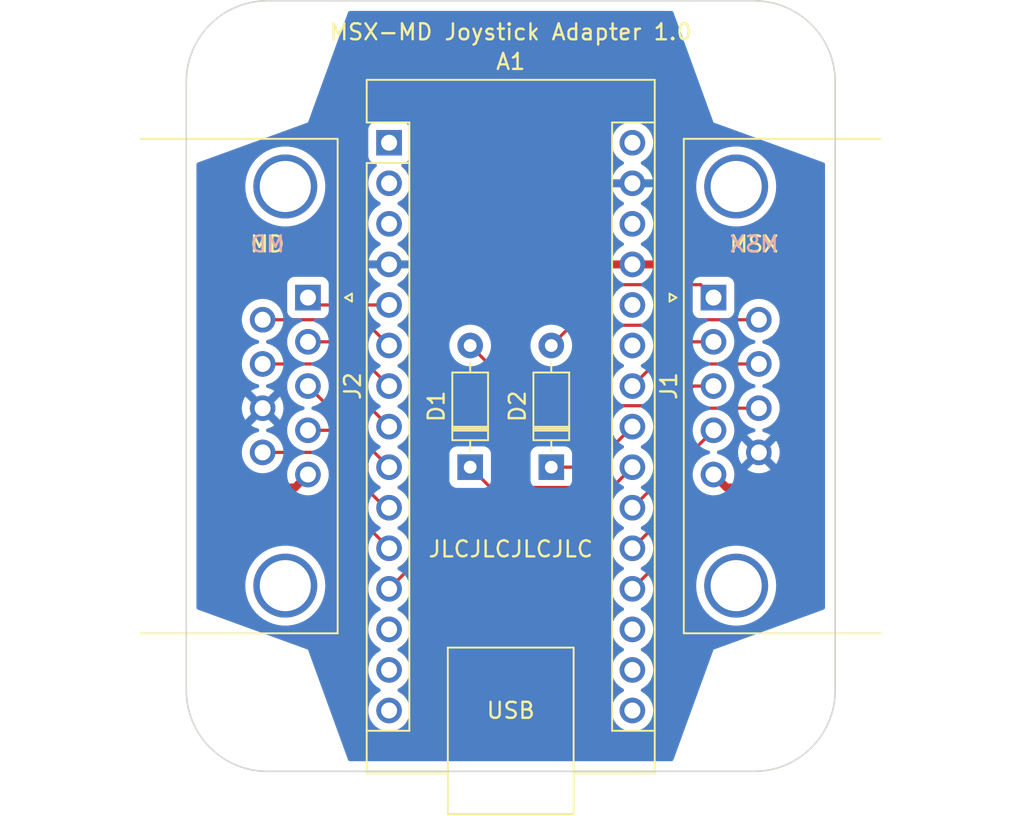
<source format=kicad_pcb>
(kicad_pcb (version 20221018) (generator pcbnew)
  (layers (0 "F.Cu" signal) (31 "B.Cu" signal) (34 "B.Paste" user) (35 "F.Paste" user) (36 "B.SilkS" user "B.Silkscreen") (37 "F.SilkS" user "F.Silkscreen") (38 "B.Mask" user) (39 "F.Mask" user) (44 "Edge.Cuts" user))
  (net 0 "")
  (net 4 "GND")
  (net 5 "Net-(A1-D2)")
  (net 6 "Net-(A1-D3)")
  (net 7 "Net-(A1-D4)")
  (net 8 "Net-(A1-D5)")
  (net 9 "Net-(A1-D6)")
  (net 10 "Net-(A1-D7)")
  (net 11 "Net-(A1-D8)")
  (net 12 "Net-(A1-D9)")
  (net 19 "Net-(A1-A0)")
  (net 20 "Net-(A1-A1)")
  (net 21 "Net-(A1-A2)")
  (net 22 "Net-(A1-A3)")
  (net 23 "Net-(A1-A4)")
  (net 24 "Net-(A1-A5)")
  (net 27 "+5V")
  (net 30 "Net-(D1-A)")
  (net 31 "Net-(D2-A)")
  (footprint "Connector_Dsub:DSUB-9_Male_Horizontal_P2.77x2.84mm_EdgePinOffset7.70mm_Housed_MountingHolesOffset9.12mm" (layer "F.Cu") (at 114.3 70.66 -90)
    (fp_text reference "J2" (at 5.54 -2.8 90) (layer "F.SilkS"))
    (fp_text value "DE9_Plug_MountingHoles")
    (fp_line (start -9.945 -1.86) (end 21.025 -1.86) (stroke (width 0.12)) (layer "F.SilkS"))
    (fp_line (start -9.945 10.48) (end -9.945 -1.86) (stroke (width 0.12)) (layer "F.SilkS"))
    (fp_line (start -0.25 -2.754338) (end 0.25 -2.754338) (stroke (width 0.12)) (layer "F.SilkS"))
    (fp_line (start 0 -2.321325) (end -0.25 -2.754338) (stroke (width 0.12)) (layer "F.SilkS"))
    (fp_line (start 0.25 -2.754338) (end 0 -2.321325) (stroke (width 0.12)) (layer "F.SilkS"))
    (fp_line (start 21.025 -1.86) (end 21.025 10.48) (stroke (width 0.12)) (layer "F.SilkS"))
    (pad "0" thru_hole circle (at -6.96 1.42 270) (size 4 4) (drill 3.2) (layers "*.Cu" "*.Mask"))
    (pad "0" thru_hole circle (at 18.04 1.42 270) (size 4 4) (drill 3.2) (layers "*.Cu" "*.Mask"))
    (pad "1" thru_hole rect (at 0 0 270) (size 1.6 1.6) (drill 1) (layers "*.Cu" "*.Mask") (net 5 "Net-(A1-D2)"))
    (pad "2" thru_hole circle (at 2.77 0 270) (size 1.6 1.6) (drill 1) (layers "*.Cu" "*.Mask") (net 7 "Net-(A1-D4)"))
    (pad "3" thru_hole circle (at 5.54 0 270) (size 1.6 1.6) (drill 1) (layers "*.Cu" "*.Mask") (net 9 "Net-(A1-D6)"))
    (pad "4" thru_hole circle (at 8.31 0 270) (size 1.6 1.6) (drill 1) (layers "*.Cu" "*.Mask") (net 10 "Net-(A1-D7)"))
    (pad "5" thru_hole circle (at 11.08 0 270) (size 1.6 1.6) (drill 1) (layers "*.Cu" "*.Mask") (net 27 "+5V"))
    (pad "6" thru_hole circle (at 1.385 2.84 270) (size 1.6 1.6) (drill 1) (layers "*.Cu" "*.Mask") (net 6 "Net-(A1-D3)"))
    (pad "7" thru_hole circle (at 4.155 2.84 270) (size 1.6 1.6) (drill 1) (layers "*.Cu" "*.Mask") (net 8 "Net-(A1-D5)"))
    (pad "8" thru_hole circle (at 6.925 2.84 270) (size 1.6 1.6) (drill 1) (layers "*.Cu" "*.Mask") (net 4 "GND"))
    (pad "9" thru_hole circle (at 9.695 2.84 270) (size 1.6 1.6) (drill 1) (layers "*.Cu" "*.Mask") (net 11 "Net-(A1-D8)"))
  )
  (footprint "MountingHole:MountingHole_3.2mm_M3" (layer "F.Cu") (at 143.51 55.88)
    (fp_text reference "H2" hide)
    (fp_text value "MountingHole")
    (pad "" np_thru_hole circle (at 0 0) (size 3.2 3.2) (drill 3.2) (layers "*.Cu" "*.Mask"))
  )
  (footprint "Module:Arduino_Nano" (layer "F.Cu") (at 119.38 60.96)
    (fp_text reference "A1" (at 7.62 -5.08) (layer "F.SilkS"))
    (fp_text value "Arduino_Nano_v3.x")
    (fp_text user "USB" (at 7.62 35.56 unlocked) (layer "F.SilkS"))
    (fp_line (start -1.4 -3.94) (end -1.4 -1.27) (stroke (width 0.12)) (layer "F.SilkS"))
    (fp_line (start -1.4 1.27) (end -1.4 39.5) (stroke (width 0.12)) (layer "F.SilkS"))
    (fp_line (start -1.4 39.5) (end 3.68 39.5) (stroke (width 0.12)) (layer "F.SilkS"))
    (fp_line (start 1.27 -1.27) (end -1.4 -1.27) (stroke (width 0.12)) (layer "F.SilkS"))
    (fp_line (start 1.27 1.27) (end -1.4 1.27) (stroke (width 0.12)) (layer "F.SilkS"))
    (fp_line (start 1.27 1.27) (end 1.27 -1.27) (stroke (width 0.12)) (layer "F.SilkS"))
    (fp_line (start 1.27 1.27) (end 1.27 36.83) (stroke (width 0.12)) (layer "F.SilkS"))
    (fp_line (start 1.27 36.83) (end -1.4 36.83) (stroke (width 0.12)) (layer "F.SilkS"))
    (fp_line (start 3.68 31.62) (end 11.56 31.62) (stroke (width 0.12)) (layer "F.SilkS"))
    (fp_line (start 3.68 42.04) (end 3.68 31.62) (stroke (width 0.12)) (layer "F.SilkS"))
    (fp_line (start 11.56 31.62) (end 11.56 42.04) (stroke (width 0.12)) (layer "F.SilkS"))
    (fp_line (start 11.56 42.04) (end 3.68 42.04) (stroke (width 0.12)) (layer "F.SilkS"))
    (fp_line (start 13.97 -1.27) (end 13.97 36.83) (stroke (width 0.12)) (layer "F.SilkS"))
    (fp_line (start 13.97 -1.27) (end 16.64 -1.27) (stroke (width 0.12)) (layer "F.SilkS"))
    (fp_line (start 13.97 36.83) (end 16.64 36.83) (stroke (width 0.12)) (layer "F.SilkS"))
    (fp_line (start 16.64 -3.94) (end -1.4 -3.94) (stroke (width 0.12)) (layer "F.SilkS"))
    (fp_line (start 16.64 39.5) (end 11.56 39.5) (stroke (width 0.12)) (layer "F.SilkS"))
    (fp_line (start 16.64 39.5) (end 16.64 -3.94) (stroke (width 0.12)) (layer "F.SilkS"))
    (pad "1" thru_hole rect (at 0 0) (size 1.6 1.6) (drill 1) (layers "*.Cu" "*.Mask"))
    (pad "2" thru_hole oval (at 0 2.54) (size 1.6 1.6) (drill 1) (layers "*.Cu" "*.Mask"))
    (pad "3" thru_hole oval (at 0 5.08) (size 1.6 1.6) (drill 1) (layers "*.Cu" "*.Mask"))
    (pad "4" thru_hole oval (at 0 7.62) (size 1.6 1.6) (drill 1) (layers "*.Cu" "*.Mask") (net 4 "GND"))
    (pad "5" thru_hole oval (at 0 10.16) (size 1.6 1.6) (drill 1) (layers "*.Cu" "*.Mask") (net 5 "Net-(A1-D2)"))
    (pad "6" thru_hole oval (at 0 12.7) (size 1.6 1.6) (drill 1) (layers "*.Cu" "*.Mask") (net 6 "Net-(A1-D3)"))
    (pad "7" thru_hole oval (at 0 15.24) (size 1.6 1.6) (drill 1) (layers "*.Cu" "*.Mask") (net 7 "Net-(A1-D4)"))
    (pad "8" thru_hole oval (at 0 17.78) (size 1.6 1.6) (drill 1) (layers "*.Cu" "*.Mask") (net 8 "Net-(A1-D5)"))
    (pad "9" thru_hole oval (at 0 20.32) (size 1.6 1.6) (drill 1) (layers "*.Cu" "*.Mask") (net 9 "Net-(A1-D6)"))
    (pad "10" thru_hole oval (at 0 22.86) (size 1.6 1.6) (drill 1) (layers "*.Cu" "*.Mask") (net 10 "Net-(A1-D7)"))
    (pad "11" thru_hole oval (at 0 25.4) (size 1.6 1.6) (drill 1) (layers "*.Cu" "*.Mask") (net 11 "Net-(A1-D8)"))
    (pad "12" thru_hole oval (at 0 27.94) (size 1.6 1.6) (drill 1) (layers "*.Cu" "*.Mask") (net 12 "Net-(A1-D9)"))
    (pad "13" thru_hole oval (at 0 30.48) (size 1.6 1.6) (drill 1) (layers "*.Cu" "*.Mask"))
    (pad "14" thru_hole oval (at 0 33.02) (size 1.6 1.6) (drill 1) (layers "*.Cu" "*.Mask"))
    (pad "15" thru_hole oval (at 0 35.56) (size 1.6 1.6) (drill 1) (layers "*.Cu" "*.Mask"))
    (pad "16" thru_hole oval (at 15.24 35.56) (size 1.6 1.6) (drill 1) (layers "*.Cu" "*.Mask"))
    (pad "17" thru_hole oval (at 15.24 33.02) (size 1.6 1.6) (drill 1) (layers "*.Cu" "*.Mask"))
    (pad "18" thru_hole oval (at 15.24 30.48) (size 1.6 1.6) (drill 1) (layers "*.Cu" "*.Mask"))
    (pad "19" thru_hole oval (at 15.24 27.94) (size 1.6 1.6) (drill 1) (layers "*.Cu" "*.Mask") (net 19 "Net-(A1-A0)"))
    (pad "20" thru_hole oval (at 15.24 25.4) (size 1.6 1.6) (drill 1) (layers "*.Cu" "*.Mask") (net 20 "Net-(A1-A1)"))
    (pad "21" thru_hole oval (at 15.24 22.86) (size 1.6 1.6) (drill 1) (layers "*.Cu" "*.Mask") (net 21 "Net-(A1-A2)"))
    (pad "22" thru_hole oval (at 15.24 20.32) (size 1.6 1.6) (drill 1) (layers "*.Cu" "*.Mask") (net 22 "Net-(A1-A3)"))
    (pad "23" thru_hole oval (at 15.24 17.78) (size 1.6 1.6) (drill 1) (layers "*.Cu" "*.Mask") (net 23 "Net-(A1-A4)"))
    (pad "24" thru_hole oval (at 15.24 15.24) (size 1.6 1.6) (drill 1) (layers "*.Cu" "*.Mask") (net 24 "Net-(A1-A5)"))
    (pad "25" thru_hole oval (at 15.24 12.7) (size 1.6 1.6) (drill 1) (layers "*.Cu" "*.Mask"))
    (pad "26" thru_hole oval (at 15.24 10.16) (size 1.6 1.6) (drill 1) (layers "*.Cu" "*.Mask"))
    (pad "27" thru_hole oval (at 15.24 7.62) (size 1.6 1.6) (drill 1) (layers "*.Cu" "*.Mask") (net 27 "+5V"))
    (pad "28" thru_hole oval (at 15.24 5.08) (size 1.6 1.6) (drill 1) (layers "*.Cu" "*.Mask"))
    (pad "29" thru_hole oval (at 15.24 2.54) (size 1.6 1.6) (drill 1) (layers "*.Cu" "*.Mask") (net 4 "GND"))
    (pad "30" thru_hole oval (at 15.24 0) (size 1.6 1.6) (drill 1) (layers "*.Cu" "*.Mask"))
  )
  (footprint "Diode_THT:D_DO-35_SOD27_P7.62mm_Horizontal" (layer "F.Cu") (at 124.46 81.28 90)
    (fp_text reference "D1" (at 3.81 -2.12 90) (layer "F.SilkS"))
    (fp_text value "BAT85")
    (fp_line (start 1.04 0) (end 1.69 0) (stroke (width 0.12)) (layer "F.SilkS"))
    (fp_line (start 1.69 -1.12) (end 1.69 1.12) (stroke (width 0.12)) (layer "F.SilkS"))
    (fp_line (start 1.69 1.12) (end 5.93 1.12) (stroke (width 0.12)) (layer "F.SilkS"))
    (fp_line (start 2.29 -1.12) (end 2.29 1.12) (stroke (width 0.12)) (layer "F.SilkS"))
    (fp_line (start 2.41 -1.12) (end 2.41 1.12) (stroke (width 0.12)) (layer "F.SilkS"))
    (fp_line (start 2.53 -1.12) (end 2.53 1.12) (stroke (width 0.12)) (layer "F.SilkS"))
    (fp_line (start 5.93 -1.12) (end 1.69 -1.12) (stroke (width 0.12)) (layer "F.SilkS"))
    (fp_line (start 5.93 1.12) (end 5.93 -1.12) (stroke (width 0.12)) (layer "F.SilkS"))
    (fp_line (start 6.58 0) (end 5.93 0) (stroke (width 0.12)) (layer "F.SilkS"))
    (pad "1" thru_hole rect (at 0 0 90) (size 1.6 1.6) (drill 0.8) (layers "*.Cu" "*.Mask") (net 22 "Net-(A1-A3)"))
    (pad "2" thru_hole oval (at 7.62 0 90) (size 1.6 1.6) (drill 0.8) (layers "*.Cu" "*.Mask") (net 30 "Net-(D1-A)"))
  )
  (footprint "MountingHole:MountingHole_3.2mm_M3" (layer "F.Cu") (at 143.51 96.52)
    (fp_text reference "H4" hide)
    (fp_text value "MountingHole")
    (pad "" np_thru_hole circle (at 0 0) (size 3.2 3.2) (drill 3.2) (layers "*.Cu" "*.Mask"))
  )
  (footprint "Connector_Dsub:DSUB-9_Female_Horizontal_P2.77x2.84mm_EdgePinOffset7.70mm_Housed_MountingHolesOffset9.12mm" (layer "F.Cu") (at 139.7 70.66 90)
    (fp_text reference "J1" (at -5.54 -2.8 90) (layer "F.SilkS"))
    (fp_text value "DE9_Receptacle_MountingHoles")
    (fp_line (start -21.025 -1.86) (end 9.945 -1.86) (stroke (width 0.12)) (layer "F.SilkS"))
    (fp_line (start -21.025 10.48) (end -21.025 -1.86) (stroke (width 0.12)) (layer "F.SilkS"))
    (fp_line (start -0.25 -2.754338) (end 0.25 -2.754338) (stroke (width 0.12)) (layer "F.SilkS"))
    (fp_line (start 0 -2.321325) (end -0.25 -2.754338) (stroke (width 0.12)) (layer "F.SilkS"))
    (fp_line (start 0.25 -2.754338) (end 0 -2.321325) (stroke (width 0.12)) (layer "F.SilkS"))
    (fp_line (start 9.945 -1.86) (end 9.945 10.48) (stroke (width 0.12)) (layer "F.SilkS"))
    (pad "0" thru_hole circle (at -18.04 1.42 90) (size 4 4) (drill 3.2) (layers "*.Cu" "*.Mask"))
    (pad "0" thru_hole circle (at 6.96 1.42 90) (size 4 4) (drill 3.2) (layers "*.Cu" "*.Mask"))
    (pad "1" thru_hole rect (at 0 0 90) (size 1.6 1.6) (drill 1) (layers "*.Cu" "*.Mask") (net 12 "Net-(A1-D9)"))
    (pad "2" thru_hole circle (at -2.77 0 90) (size 1.6 1.6) (drill 1) (layers "*.Cu" "*.Mask") (net 24 "Net-(A1-A5)"))
    (pad "3" thru_hole circle (at -5.54 0 90) (size 1.6 1.6) (drill 1) (layers "*.Cu" "*.Mask") (net 21 "Net-(A1-A2)"))
    (pad "4" thru_hole circle (at -8.31 0 90) (size 1.6 1.6) (drill 1) (layers "*.Cu" "*.Mask") (net 19 "Net-(A1-A0)"))
    (pad "5" thru_hole circle (at -11.08 0 90) (size 1.6 1.6) (drill 1) (layers "*.Cu" "*.Mask") (net 27 "+5V"))
    (pad "6" thru_hole circle (at -1.385 2.84 90) (size 1.6 1.6) (drill 1) (layers "*.Cu" "*.Mask") (net 31 "Net-(D2-A)"))
    (pad "7" thru_hole circle (at -4.155 2.84 90) (size 1.6 1.6) (drill 1) (layers "*.Cu" "*.Mask") (net 30 "Net-(D1-A)"))
    (pad "8" thru_hole circle (at -6.925 2.84 90) (size 1.6 1.6) (drill 1) (layers "*.Cu" "*.Mask") (net 20 "Net-(A1-A1)"))
    (pad "9" thru_hole circle (at -9.695 2.84 90) (size 1.6 1.6) (drill 1) (layers "*.Cu" "*.Mask") (net 4 "GND"))
  )
  (footprint "MountingHole:MountingHole_3.2mm_M3" (layer "F.Cu") (at 110.49 55.88)
    (fp_text reference "H1" hide)
    (fp_text value "MountingHole")
    (pad "" np_thru_hole circle (at 0 0) (size 3.2 3.2) (drill 3.2) (layers "*.Cu" "*.Mask"))
  )
  (footprint "MountingHole:MountingHole_3.2mm_M3" (layer "F.Cu") (at 110.49 96.52)
    (fp_text reference "H3" hide)
    (fp_text value "MountingHole")
    (pad "" np_thru_hole circle (at 0 0) (size 3.2 3.2) (drill 3.2) (layers "*.Cu" "*.Mask"))
  )
  (footprint "Diode_THT:D_DO-35_SOD27_P7.62mm_Horizontal" (layer "F.Cu") (at 129.54 81.28 90)
    (fp_text reference "D2" (at 3.81 -2.12 90) (layer "F.SilkS"))
    (fp_text value "BAT85")
    (fp_line (start 1.04 0) (end 1.69 0) (stroke (width 0.12)) (layer "F.SilkS"))
    (fp_line (start 1.69 -1.12) (end 1.69 1.12) (stroke (width 0.12)) (layer "F.SilkS"))
    (fp_line (start 1.69 1.12) (end 5.93 1.12) (stroke (width 0.12)) (layer "F.SilkS"))
    (fp_line (start 2.29 -1.12) (end 2.29 1.12) (stroke (width 0.12)) (layer "F.SilkS"))
    (fp_line (start 2.41 -1.12) (end 2.41 1.12) (stroke (width 0.12)) (layer "F.SilkS"))
    (fp_line (start 2.53 -1.12) (end 2.53 1.12) (stroke (width 0.12)) (layer "F.SilkS"))
    (fp_line (start 5.93 -1.12) (end 1.69 -1.12) (stroke (width 0.12)) (layer "F.SilkS"))
    (fp_line (start 5.93 1.12) (end 5.93 -1.12) (stroke (width 0.12)) (layer "F.SilkS"))
    (fp_line (start 6.58 0) (end 5.93 0) (stroke (width 0.12)) (layer "F.SilkS"))
    (pad "1" thru_hole rect (at 0 0 90) (size 1.6 1.6) (drill 0.8) (layers "*.Cu" "*.Mask") (net 23 "Net-(A1-A4)"))
    (pad "2" thru_hole oval (at 7.62 0 90) (size 1.6 1.6) (drill 0.8) (layers "*.Cu" "*.Mask") (net 31 "Net-(D2-A)"))
  )
  (gr_line (start 142.24 100.33) (end 111.76 100.33) (stroke (width 0.1)) (layer "Edge.Cuts"))
  (gr_line (start 111.76 52.07) (end 142.24 52.07) (stroke (width 0.1)) (layer "Edge.Cuts"))
  (gr_line (start 147.32 57.15) (end 147.32 95.25) (stroke (width 0.1)) (layer "Edge.Cuts"))
  (gr_arc (start 106.68 57.15) (mid 108.167898 53.557898) (end 111.76 52.07) (stroke (width 0.1)) (layer "Edge.Cuts"))
  (gr_line (start 106.68 95.25) (end 106.68 57.15) (stroke (width 0.1)) (layer "Edge.Cuts"))
  (gr_arc (start 142.24 52.07) (mid 145.832102 53.557898) (end 147.32 57.15) (stroke (width 0.1)) (layer "Edge.Cuts"))
  (gr_arc (start 111.76 100.33) (mid 108.167898 98.842102) (end 106.68 95.25) (stroke (width 0.1)) (layer "Edge.Cuts"))
  (gr_arc (start 147.32 95.25) (mid 145.832102 98.842102) (end 142.24 100.33) (stroke (width 0.1)) (layer "Edge.Cuts"))
  (gr_text "MD\n" (at 111.76 67.31) (layer "B.SilkS") (effects (font (size 1 1)) (justify mirror)))
  (gr_text "MSX" (at 142.24 67.31) (layer "B.SilkS") (effects (font (size 1 1)) (justify mirror)))
  (gr_text "MD\n" (at 111.76 67.31) (layer "F.SilkS") (effects (font (size 1 1))))
  (gr_text "MSX" (at 142.24 67.31) (layer "F.SilkS") (effects (font (size 1 1))))
  (gr_text "JLCJLCJLCJLC" (at 127 86.995) (layer "F.SilkS") (effects (font (size 1 1)) (justify bottom)))
  (gr_text "MSX-MD Joystick Adapter 1.0" (at 127 54.61) (layer "F.SilkS") (effects (font (size 1 1)) (justify bottom)))
  (segment (start 119.38 71.12) (end 114.76 71.12) (width 0.2) (layer "F.Cu") (net 5))
  (segment (start 119.265 71.005) (end 119.38 71.12) (width 0.2) (layer "F.Cu") (net 5))
  (segment (start 114.76 71.12) (end 114.3 70.66) (width 0.2) (layer "F.Cu") (net 5))
  (segment (start 117.765 72.045) (end 111.46 72.045) (width 0.2) (layer "F.Cu") (net 6))
  (segment (start 119.38 73.66) (end 117.765 72.045) (width 0.2) (layer "F.Cu") (net 6))
  (segment (start 116.61 73.43) (end 119.38 76.2) (width 0.2) (layer "F.Cu") (net 7))
  (segment (start 114.3 73.43) (end 116.61 73.43) (width 0.2) (layer "F.Cu") (net 7))
  (segment (start 115.455 74.815) (end 119.38 78.74) (width 0.2) (layer "F.Cu") (net 8))
  (segment (start 111.46 74.815) (end 115.455 74.815) (width 0.2) (layer "F.Cu") (net 8))
  (segment (start 114.3 76.2) (end 119.38 81.28) (width 0.2) (layer "F.Cu") (net 9))
  (segment (start 114.3 78.97) (end 115.8 78.97) (width 0.2) (layer "F.Cu") (net 10))
  (segment (start 115.8 78.97) (end 117.995 81.165) (width 0.2) (layer "F.Cu") (net 10))
  (segment (start 117.995 81.165) (end 117.995 82.665) (width 0.2) (layer "F.Cu") (net 10))
  (segment (start 119.15 83.82) (end 119.38 83.82) (width 0.2) (layer "F.Cu") (net 10))
  (segment (start 117.995 82.665) (end 119.15 83.82) (width 0.2) (layer "F.Cu") (net 10))
  (segment (start 116.84 81.28) (end 116.84 83.82) (width 0.2) (layer "F.Cu") (net 11))
  (segment (start 116.84 83.82) (end 119.38 86.36) (width 0.2) (layer "F.Cu") (net 11))
  (segment (start 115.915 80.355) (end 116.84 81.28) (width 0.2) (layer "F.Cu") (net 11))
  (segment (start 111.46 80.355) (end 115.915 80.355) (width 0.2) (layer "F.Cu") (net 11))
  (segment (start 119.38 88.9) (end 121.92 86.36) (width 0.2) (layer "F.Cu") (net 12))
  (segment (start 125.095 69.85) (end 138.89 69.85) (width 0.2) (layer "F.Cu") (net 12))
  (segment (start 138.89 69.85) (end 139.7 70.66) (width 0.2) (layer "F.Cu") (net 12))
  (segment (start 121.92 73.025) (end 125.095 69.85) (width 0.2) (layer "F.Cu") (net 12))
  (segment (start 121.92 86.36) (end 121.92 73.025) (width 0.2) (layer "F.Cu") (net 12))
  (segment (start 139.24 71.12) (end 139.7 70.66) (width 0.2) (layer "F.Cu") (net 12))
  (segment (start 134.62 88.9) (end 137.795 85.725) (width 0.2) (layer "F.Cu") (net 19))
  (segment (start 137.795 85.725) (end 137.795 80.875) (width 0.2) (layer "F.Cu") (net 19))
  (segment (start 137.795 80.875) (end 139.7 78.97) (width 0.2) (layer "F.Cu") (net 19))
  (segment (start 134.62 86.36) (end 137.16 83.82) (width 0.2) (layer "F.Cu") (net 20))
  (segment (start 137.16 78.74) (end 138.315 77.585) (width 0.2) (layer "F.Cu") (net 20))
  (segment (start 138.315 77.585) (end 142.54 77.585) (width 0.2) (layer "F.Cu") (net 20))
  (segment (start 137.16 83.82) (end 137.16 78.74) (width 0.2) (layer "F.Cu") (net 20))
  (segment (start 134.62 83.82) (end 136.2075 82.2325) (width 0.2) (layer "F.Cu") (net 21))
  (segment (start 138.43 76.2) (end 139.7 76.2) (width 0.2) (layer "F.Cu") (net 21))
  (segment (start 136.2075 82.2325) (end 136.2075 78.4225) (width 0.2) (layer "F.Cu") (net 21))
  (segment (start 136.2075 78.4225) (end 138.43 76.2) (width 0.2) (layer "F.Cu") (net 21))
  (segment (start 133.35 82.55) (end 134.62 81.28) (width 0.2) (layer "F.Cu") (net 22))
  (segment (start 124.46 81.28) (end 125.73 82.55) (width 0.2) (layer "F.Cu") (net 22))
  (segment (start 125.73 82.55) (end 133.35 82.55) (width 0.2) (layer "F.Cu") (net 22))
  (segment (start 132.08 81.28) (end 134.62 78.74) (width 0.2) (layer "F.Cu") (net 23))
  (segment (start 129.54 81.28) (end 132.08 81.28) (width 0.2) (layer "F.Cu") (net 23))
  (segment (start 134.62 76.2) (end 137.39 73.43) (width 0.2) (layer "F.Cu") (net 24))
  (segment (start 139.7 73.66) (end 139.7 73.43) (width 0.2) (layer "F.Cu") (net 24))
  (segment (start 137.39 73.43) (end 139.7 73.43) (width 0.2) (layer "F.Cu") (net 24))
  (segment (start 134.62 68.58) (end 142.24 68.58) (width 0.5) (layer "F.Cu") (net 27))
  (segment (start 144.78 81.28) (end 143.51 82.55) (width 0.5) (layer "F.Cu") (net 27))
  (segment (start 121.92 58.42) (end 132.08 68.58) (width 0.5) (layer "F.Cu") (net 27))
  (segment (start 114.3 81.74) (end 113.49 82.55) (width 0.5) (layer "F.Cu") (net 27))
  (segment (start 110.49 82.55) (end 109.22 81.28) (width 0.5) (layer "F.Cu") (net 27))
  (segment (start 115.57 68.58) (end 116.84 67.31) (width 0.5) (layer "F.Cu") (net 27))
  (segment (start 118.11 58.42) (end 121.92 58.42) (width 0.5) (layer "F.Cu") (net 27))
  (segment (start 116.84 67.31) (end 116.84 59.69) (width 0.5) (layer "F.Cu") (net 27))
  (segment (start 116.84 59.69) (end 118.11 58.42) (width 0.5) (layer "F.Cu") (net 27))
  (segment (start 111.76 68.58) (end 115.57 68.58) (width 0.5) (layer "F.Cu") (net 27))
  (segment (start 144.78 71.12) (end 144.78 81.28) (width 0.5) (layer "F.Cu") (net 27))
  (segment (start 142.24 68.58) (end 144.78 71.12) (width 0.5) (layer "F.Cu") (net 27))
  (segment (start 143.51 82.55) (end 140.51 82.55) (width 0.5) (layer "F.Cu") (net 27))
  (segment (start 109.22 71.12) (end 111.76 68.58) (width 0.5) (layer "F.Cu") (net 27))
  (segment (start 132.08 68.58) (end 134.62 68.58) (width 0.5) (layer "F.Cu") (net 27))
  (segment (start 109.22 81.28) (end 109.22 71.12) (width 0.5) (layer "F.Cu") (net 27))
  (segment (start 140.51 82.55) (end 139.7 81.74) (width 0.5) (layer "F.Cu") (net 27))
  (segment (start 113.49 82.55) (end 110.49 82.55) (width 0.5) (layer "F.Cu") (net 27))
  (segment (start 124.46 73.66) (end 128.23 77.43) (width 0.2) (layer "F.Cu") (net 30))
  (segment (start 135.93 77.43) (end 138.545 74.815) (width 0.2) (layer "F.Cu") (net 30))
  (segment (start 138.545 74.815) (end 142.54 74.815) (width 0.2) (layer "F.Cu") (net 30))
  (segment (start 128.23 77.43) (end 135.93 77.43) (width 0.2) (layer "F.Cu") (net 30))
  (segment (start 137.505 72.045) (end 137.16 72.39) (width 0.2) (layer "F.Cu") (net 31))
  (segment (start 137.16 72.39) (end 131.445 72.39) (width 0.2) (layer "F.Cu") (net 31))
  (segment (start 130.81 72.39) (end 131.445 72.39) (width 0.2) (layer "F.Cu") (net 31))
  (segment (start 142.54 72.045) (end 137.505 72.045) (width 0.2) (layer "F.Cu") (net 31))
  (segment (start 129.54 73.66) (end 130.81 72.39) (width 0.2) (layer "F.Cu") (net 31))
  (zone (net 4) (net_name "GND") (layer "B.Cu") (connect_pads (clearance 0.5)) (min_thickness 0.25) (fill yes (thermal_gap 0.5) (thermal_bridge_width 0.5))
    (polygon (pts (xy 116.84 52.705) (xy 137.16 52.705) (xy 139.7 59.69) (xy 146.685 62.23) (xy 146.685 90.17) (xy 139.7 92.71) (xy 137.16 99.695) (xy 116.84 99.695) (xy 114.3 92.71) (xy 107.315 90.17) (xy 107.315 62.23) (xy 114.3 59.69)))
  )
)
</source>
